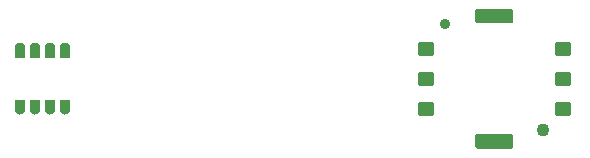
<source format=gts>
G04 #@! TF.GenerationSoftware,KiCad,Pcbnew,(5.1.6-87-g1447494bc)*
G04 #@! TF.CreationDate,2020-12-18T18:28:38-06:00*
G04 #@! TF.ProjectId,mff2-to-4ffnano,6d666632-2d74-46f2-9d34-66666e616e6f,v1.0*
G04 #@! TF.SameCoordinates,Original*
G04 #@! TF.FileFunction,Soldermask,Top*
G04 #@! TF.FilePolarity,Negative*
%FSLAX46Y46*%
G04 Gerber Fmt 4.6, Leading zero omitted, Abs format (unit mm)*
G04 Created by KiCad (PCBNEW (5.1.6-87-g1447494bc)) date 2020-12-18 18:28:38*
%MOMM*%
%LPD*%
G01*
G04 APERTURE LIST*
%ADD10C,0.100000*%
%ADD11C,0.962000*%
%ADD12C,0.900000*%
%ADD13C,1.100000*%
G04 APERTURE END LIST*
D10*
G36*
X122680000Y-128300000D02*
G01*
X122680000Y-129100000D01*
X121920000Y-129100000D01*
X121920000Y-128300000D01*
X122680000Y-128300000D01*
G37*
X122680000Y-128300000D02*
X122680000Y-129100000D01*
X121920000Y-129100000D01*
X121920000Y-128300000D01*
X122680000Y-128300000D01*
G36*
X121420000Y-128300000D02*
G01*
X121420000Y-129100000D01*
X120660000Y-129100000D01*
X120660000Y-128300000D01*
X121420000Y-128300000D01*
G37*
X121420000Y-128300000D02*
X121420000Y-129100000D01*
X120660000Y-129100000D01*
X120660000Y-128300000D01*
X121420000Y-128300000D01*
G36*
X120130000Y-128300000D02*
G01*
X120130000Y-129100000D01*
X119370000Y-129100000D01*
X119370000Y-128300000D01*
X120130000Y-128300000D01*
G37*
X120130000Y-128300000D02*
X120130000Y-129100000D01*
X119370000Y-129100000D01*
X119370000Y-128300000D01*
X120130000Y-128300000D01*
G36*
X118870000Y-128300000D02*
G01*
X118870000Y-129100000D01*
X118110000Y-129100000D01*
X118110000Y-128300000D01*
X118870000Y-128300000D01*
G37*
X118870000Y-128300000D02*
X118870000Y-129100000D01*
X118110000Y-129100000D01*
X118110000Y-128300000D01*
X118870000Y-128300000D01*
G36*
X122680000Y-132700000D02*
G01*
X122680000Y-133500000D01*
X121920000Y-133500000D01*
X121920000Y-132700000D01*
X122680000Y-132700000D01*
G37*
X122680000Y-132700000D02*
X122680000Y-133500000D01*
X121920000Y-133500000D01*
X121920000Y-132700000D01*
X122680000Y-132700000D01*
G36*
X121420000Y-132700000D02*
G01*
X121420000Y-133500000D01*
X120660000Y-133500000D01*
X120660000Y-132700000D01*
X121420000Y-132700000D01*
G37*
X121420000Y-132700000D02*
X121420000Y-133500000D01*
X120660000Y-133500000D01*
X120660000Y-132700000D01*
X121420000Y-132700000D01*
G36*
X120140000Y-132700000D02*
G01*
X120140000Y-133500000D01*
X119380000Y-133500000D01*
X119380000Y-132700000D01*
X120140000Y-132700000D01*
G37*
X120140000Y-132700000D02*
X120140000Y-133500000D01*
X119380000Y-133500000D01*
X119380000Y-132700000D01*
X120140000Y-132700000D01*
G36*
X118880000Y-132700000D02*
G01*
X118880000Y-133500000D01*
X118110000Y-133500000D01*
X118110000Y-132700000D01*
X118880000Y-132700000D01*
G37*
X118880000Y-132700000D02*
X118880000Y-133500000D01*
X118110000Y-133500000D01*
X118110000Y-132700000D01*
X118880000Y-132700000D01*
D11*
X122305000Y-128300000D03*
X121035000Y-128300000D03*
X119765000Y-128300000D03*
X118495000Y-128300000D03*
X122305000Y-133500000D03*
X121035000Y-133500000D03*
X119765000Y-133500000D03*
X118495000Y-133500000D03*
G36*
G01*
X153430001Y-131531600D02*
X152329999Y-131531600D01*
G75*
G02*
X152228400Y-131430001I0J101599D01*
G01*
X152228400Y-130429999D01*
G75*
G02*
X152329999Y-130328400I101599J0D01*
G01*
X153430001Y-130328400D01*
G75*
G02*
X153531600Y-130429999I0J-101599D01*
G01*
X153531600Y-131430001D01*
G75*
G02*
X153430001Y-131531600I-101599J0D01*
G01*
G37*
G36*
G01*
X153430001Y-134071600D02*
X152329999Y-134071600D01*
G75*
G02*
X152228400Y-133970001I0J101599D01*
G01*
X152228400Y-132969999D01*
G75*
G02*
X152329999Y-132868400I101599J0D01*
G01*
X153430001Y-132868400D01*
G75*
G02*
X153531600Y-132969999I0J-101599D01*
G01*
X153531600Y-133970001D01*
G75*
G02*
X153430001Y-134071600I-101599J0D01*
G01*
G37*
G36*
G01*
X153430001Y-128991600D02*
X152329999Y-128991600D01*
G75*
G02*
X152228400Y-128890001I0J101599D01*
G01*
X152228400Y-127889999D01*
G75*
G02*
X152329999Y-127788400I101599J0D01*
G01*
X153430001Y-127788400D01*
G75*
G02*
X153531600Y-127889999I0J-101599D01*
G01*
X153531600Y-128890001D01*
G75*
G02*
X153430001Y-128991600I-101599J0D01*
G01*
G37*
G36*
G01*
X165030001Y-131531600D02*
X163929999Y-131531600D01*
G75*
G02*
X163828400Y-131430001I0J101599D01*
G01*
X163828400Y-130429999D01*
G75*
G02*
X163929999Y-130328400I101599J0D01*
G01*
X165030001Y-130328400D01*
G75*
G02*
X165131600Y-130429999I0J-101599D01*
G01*
X165131600Y-131430001D01*
G75*
G02*
X165030001Y-131531600I-101599J0D01*
G01*
G37*
G36*
G01*
X165030001Y-134071600D02*
X163929999Y-134071600D01*
G75*
G02*
X163828400Y-133970001I0J101599D01*
G01*
X163828400Y-132969999D01*
G75*
G02*
X163929999Y-132868400I101599J0D01*
G01*
X165030001Y-132868400D01*
G75*
G02*
X165131600Y-132969999I0J-101599D01*
G01*
X165131600Y-133970001D01*
G75*
G02*
X165030001Y-134071600I-101599J0D01*
G01*
G37*
G36*
G01*
X165030001Y-128991600D02*
X163929999Y-128991600D01*
G75*
G02*
X163828400Y-128890001I0J101599D01*
G01*
X163828400Y-127889999D01*
G75*
G02*
X163929999Y-127788400I101599J0D01*
G01*
X165030001Y-127788400D01*
G75*
G02*
X165131600Y-127889999I0J-101599D01*
G01*
X165131600Y-128890001D01*
G75*
G02*
X165030001Y-128991600I-101599J0D01*
G01*
G37*
G36*
G01*
X160180001Y-136831600D02*
X157179999Y-136831600D01*
G75*
G02*
X157078400Y-136730001I0J101599D01*
G01*
X157078400Y-135729999D01*
G75*
G02*
X157179999Y-135628400I101599J0D01*
G01*
X160180001Y-135628400D01*
G75*
G02*
X160281600Y-135729999I0J-101599D01*
G01*
X160281600Y-136730001D01*
G75*
G02*
X160180001Y-136831600I-101599J0D01*
G01*
G37*
G36*
G01*
X160180001Y-126231600D02*
X157179999Y-126231600D01*
G75*
G02*
X157078400Y-126130001I0J101599D01*
G01*
X157078400Y-125129999D01*
G75*
G02*
X157179999Y-125028400I101599J0D01*
G01*
X160180001Y-125028400D01*
G75*
G02*
X160281600Y-125129999I0J-101599D01*
G01*
X160281600Y-126130001D01*
G75*
G02*
X160180001Y-126231600I-101599J0D01*
G01*
G37*
D12*
X154530000Y-126280000D03*
D13*
X162830000Y-135280000D03*
M02*

</source>
